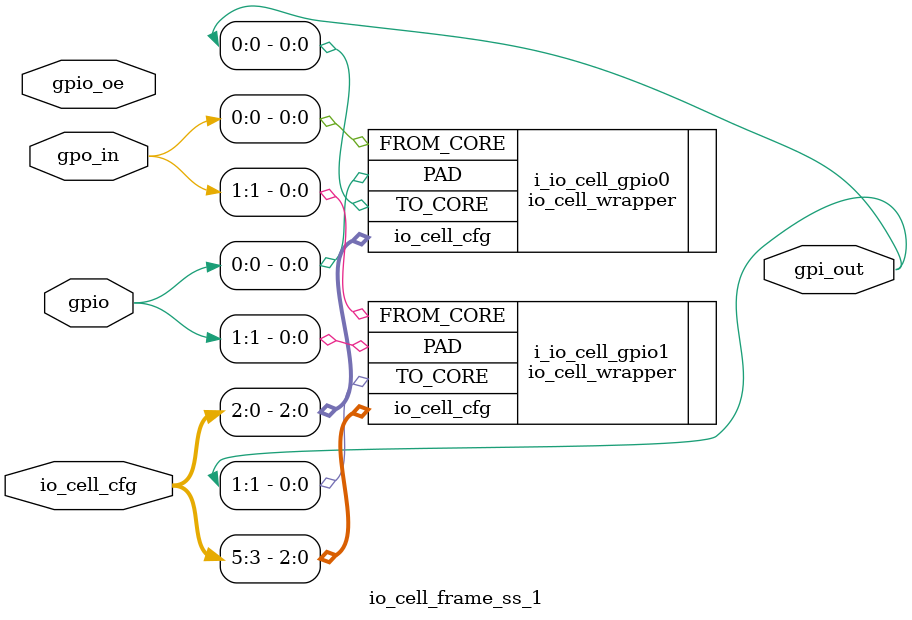
<source format=sv>
/*
  Contributors:
    * Matti Käyrä (matti.kayra@tuni.fi)
  Description:
    * example student area io cell file
*/
module io_cell_frame_ss_1 #(
    parameter                              IOCELL_CFG_W     = 3,
    parameter                              IOCELL_COUNT     = 2
) (
    // Interface: GPIO_external
    inout                [1:0]          gpio,

    // Interface: GPIO_internal
    input                [1:0]          gpio_oe,
    input                [1:0]          gpo_in,
    output               [1:0]          gpi_out,

    // These ports are not in any interface
    input                [IOCELL_CFG_W*IOCELL_COUNT-1:0] io_cell_cfg
);

// if desirable, combine oe from Student system here

// gpio
io_cell_wrapper#(.CELL_TYPE(0), .IOCELL_CFG_W(IOCELL_CFG_W)) i_io_cell_gpio0(.FROM_CORE(gpo_in[0]), .TO_CORE(gpi_out[0]), .PAD(gpio[0]), .io_cell_cfg(io_cell_cfg[1*IOCELL_CFG_W-1:0*IOCELL_CFG_W]));
io_cell_wrapper#(.CELL_TYPE(0), .IOCELL_CFG_W(IOCELL_CFG_W)) i_io_cell_gpio1(.FROM_CORE(gpo_in[1]), .TO_CORE(gpi_out[1]), .PAD(gpio[1]), .io_cell_cfg(io_cell_cfg[2*IOCELL_CFG_W-1:1*IOCELL_CFG_W]));

endmodule

</source>
